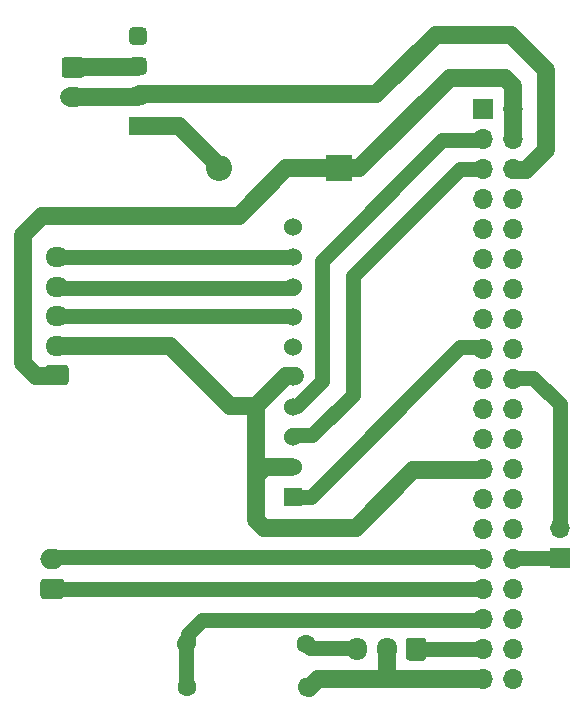
<source format=gbr>
%TF.GenerationSoftware,KiCad,Pcbnew,(5.1.8-0-10_14)*%
%TF.CreationDate,2022-01-02T21:55:29-05:00*%
%TF.ProjectId,PiHatPro,50694861-7450-4726-9f2e-6b696361645f,rev?*%
%TF.SameCoordinates,PX9b0780PY44cb540*%
%TF.FileFunction,Copper,L4,Bot*%
%TF.FilePolarity,Positive*%
%FSLAX46Y46*%
G04 Gerber Fmt 4.6, Leading zero omitted, Abs format (unit mm)*
G04 Created by KiCad (PCBNEW (5.1.8-0-10_14)) date 2022-01-02 21:55:29*
%MOMM*%
%LPD*%
G01*
G04 APERTURE LIST*
%TA.AperFunction,ComponentPad*%
%ADD10C,1.524000*%
%TD*%
%TA.AperFunction,ComponentPad*%
%ADD11R,1.524000X1.524000*%
%TD*%
%TA.AperFunction,ComponentPad*%
%ADD12O,1.950000X1.700000*%
%TD*%
%TA.AperFunction,ComponentPad*%
%ADD13O,1.700000X1.700000*%
%TD*%
%TA.AperFunction,ComponentPad*%
%ADD14R,1.700000X1.700000*%
%TD*%
%TA.AperFunction,ComponentPad*%
%ADD15O,1.600000X1.600000*%
%TD*%
%TA.AperFunction,ComponentPad*%
%ADD16C,1.600000*%
%TD*%
%TA.AperFunction,ComponentPad*%
%ADD17O,1.700000X1.950000*%
%TD*%
%TA.AperFunction,ComponentPad*%
%ADD18O,2.000000X1.700000*%
%TD*%
%TA.AperFunction,ComponentPad*%
%ADD19O,2.200000X2.200000*%
%TD*%
%TA.AperFunction,ComponentPad*%
%ADD20R,2.200000X2.200000*%
%TD*%
%TA.AperFunction,Conductor*%
%ADD21C,1.500000*%
%TD*%
%TA.AperFunction,Conductor*%
%ADD22C,1.250000*%
%TD*%
G04 APERTURE END LIST*
D10*
%TO.P,U2,10*%
%TO.N,Net-(U2-Pad10)*%
X24700000Y41280000D03*
%TO.P,U2,9*%
%TO.N,JOYSTICK_SW*%
X24700000Y38740000D03*
%TO.P,U2,8*%
%TO.N,JOYSTICK_Y*%
X24700000Y36200000D03*
%TO.P,U2,7*%
%TO.N,JOYSTICK_X*%
X24700000Y33660000D03*
%TO.P,U2,6*%
%TO.N,Net-(U2-Pad6)*%
X24700000Y31120000D03*
%TO.P,U2,5*%
%TO.N,GND*%
X24700000Y28580000D03*
%TO.P,U2,4*%
%TO.N,SDA*%
X24700000Y26040000D03*
%TO.P,U2,3*%
%TO.N,SCL*%
X24700000Y23500000D03*
%TO.P,U2,2*%
%TO.N,GND*%
X24700000Y20960000D03*
D11*
%TO.P,U2,1*%
%TO.N,+3V3*%
X24700000Y18420000D03*
%TD*%
D12*
%TO.P,J4,5*%
%TO.N,JOYSTICK_SW*%
X4700000Y38700000D03*
%TO.P,J4,4*%
%TO.N,JOYSTICK_Y*%
X4700000Y36200000D03*
%TO.P,J4,3*%
%TO.N,JOYSTICK_X*%
X4700000Y33700000D03*
%TO.P,J4,2*%
%TO.N,GND*%
X4700000Y31200000D03*
%TO.P,J4,1*%
%TO.N,+5V*%
%TA.AperFunction,ComponentPad*%
G36*
G01*
X5425000Y27850000D02*
X3975000Y27850000D01*
G75*
G02*
X3725000Y28100000I0J250000D01*
G01*
X3725000Y29300000D01*
G75*
G02*
X3975000Y29550000I250000J0D01*
G01*
X5425000Y29550000D01*
G75*
G02*
X5675000Y29300000I0J-250000D01*
G01*
X5675000Y28100000D01*
G75*
G02*
X5425000Y27850000I-250000J0D01*
G01*
G37*
%TD.AperFunction*%
%TD*%
D13*
%TO.P,J9,2*%
%TO.N,GND*%
X47250000Y15790000D03*
D14*
%TO.P,J9,1*%
%TO.N,Buzzer*%
X47250000Y13250000D03*
%TD*%
D15*
%TO.P,R2,2*%
%TO.N,GND*%
X25860000Y2300000D03*
D16*
%TO.P,R2,1*%
%TO.N,ZProbe3V3*%
X15700000Y2300000D03*
%TD*%
D15*
%TO.P,R1,2*%
%TO.N,ZProbe3V3*%
X15640000Y5900000D03*
D16*
%TO.P,R1,1*%
%TO.N,ZProbeIn*%
X25800000Y5900000D03*
%TD*%
D17*
%TO.P,J5,3*%
%TO.N,ZProbeIn*%
X30100000Y5500000D03*
%TO.P,J5,2*%
%TO.N,GND*%
X32600000Y5500000D03*
%TO.P,J5,1*%
%TO.N,LaserControl*%
%TA.AperFunction,ComponentPad*%
G36*
G01*
X35950000Y6225000D02*
X35950000Y4775000D01*
G75*
G02*
X35700000Y4525000I-250000J0D01*
G01*
X34500000Y4525000D01*
G75*
G02*
X34250000Y4775000I0J250000D01*
G01*
X34250000Y6225000D01*
G75*
G02*
X34500000Y6475000I250000J0D01*
G01*
X35700000Y6475000D01*
G75*
G02*
X35950000Y6225000I0J-250000D01*
G01*
G37*
%TD.AperFunction*%
%TD*%
D13*
%TO.P,J1,40*%
%TO.N,Net-(J1-Pad40)*%
X43290000Y2990000D03*
%TO.P,J1,39*%
%TO.N,GND*%
X40750000Y2990000D03*
%TO.P,J1,38*%
%TO.N,Net-(J1-Pad38)*%
X43290000Y5530000D03*
%TO.P,J1,37*%
%TO.N,LaserControl*%
X40750000Y5530000D03*
%TO.P,J1,36*%
%TO.N,Net-(J1-Pad36)*%
X43290000Y8070000D03*
%TO.P,J1,35*%
%TO.N,ZProbe3V3*%
X40750000Y8070000D03*
%TO.P,J1,34*%
%TO.N,GND*%
X43290000Y10610000D03*
%TO.P,J1,33*%
%TO.N,UVSafe*%
X40750000Y10610000D03*
%TO.P,J1,32*%
%TO.N,Buzzer*%
X43290000Y13150000D03*
%TO.P,J1,31*%
%TO.N,UVExpose*%
X40750000Y13150000D03*
%TO.P,J1,30*%
%TO.N,GND*%
X43290000Y15690000D03*
%TO.P,J1,29*%
%TO.N,Net-(J1-Pad29)*%
X40750000Y15690000D03*
%TO.P,J1,28*%
%TO.N,Net-(J1-Pad28)*%
X43290000Y18230000D03*
%TO.P,J1,27*%
%TO.N,Net-(J1-Pad27)*%
X40750000Y18230000D03*
%TO.P,J1,26*%
%TO.N,Net-(J1-Pad26)*%
X43290000Y20770000D03*
%TO.P,J1,25*%
%TO.N,GND*%
X40750000Y20770000D03*
%TO.P,J1,24*%
%TO.N,Net-(J1-Pad24)*%
X43290000Y23310000D03*
%TO.P,J1,23*%
%TO.N,Net-(J1-Pad23)*%
X40750000Y23310000D03*
%TO.P,J1,22*%
%TO.N,Net-(J1-Pad22)*%
X43290000Y25850000D03*
%TO.P,J1,21*%
%TO.N,Net-(J1-Pad21)*%
X40750000Y25850000D03*
%TO.P,J1,20*%
%TO.N,GND*%
X43290000Y28390000D03*
%TO.P,J1,19*%
%TO.N,Net-(J1-Pad19)*%
X40750000Y28390000D03*
%TO.P,J1,18*%
%TO.N,Net-(J1-Pad18)*%
X43290000Y30930000D03*
%TO.P,J1,17*%
%TO.N,+3V3*%
X40750000Y30930000D03*
%TO.P,J1,16*%
%TO.N,Net-(J1-Pad16)*%
X43290000Y33470000D03*
%TO.P,J1,15*%
%TO.N,Net-(J1-Pad15)*%
X40750000Y33470000D03*
%TO.P,J1,14*%
%TO.N,GND*%
X43290000Y36010000D03*
%TO.P,J1,13*%
%TO.N,Net-(J1-Pad13)*%
X40750000Y36010000D03*
%TO.P,J1,12*%
%TO.N,Net-(J1-Pad12)*%
X43290000Y38550000D03*
%TO.P,J1,11*%
%TO.N,Net-(J1-Pad11)*%
X40750000Y38550000D03*
%TO.P,J1,10*%
%TO.N,Net-(J1-Pad10)*%
X43290000Y41090000D03*
%TO.P,J1,9*%
%TO.N,GND*%
X40750000Y41090000D03*
%TO.P,J1,8*%
%TO.N,Net-(J1-Pad8)*%
X43290000Y43630000D03*
%TO.P,J1,7*%
%TO.N,Net-(J1-Pad7)*%
X40750000Y43630000D03*
%TO.P,J1,6*%
%TO.N,GND*%
X43290000Y46170000D03*
%TO.P,J1,5*%
%TO.N,SCL*%
X40750000Y46170000D03*
%TO.P,J1,4*%
%TO.N,+5V*%
X43290000Y48710000D03*
%TO.P,J1,3*%
%TO.N,SDA*%
X40750000Y48710000D03*
%TO.P,J1,2*%
%TO.N,+5V*%
X43290000Y51250000D03*
D14*
%TO.P,J1,1*%
%TO.N,+3V3*%
X40750000Y51250000D03*
%TD*%
D18*
%TO.P,J3,2*%
%TO.N,UVExpose*%
X4300000Y13100000D03*
%TO.P,J3,1*%
%TO.N,UVSafe*%
%TA.AperFunction,ComponentPad*%
G36*
G01*
X5050000Y9750000D02*
X3550000Y9750000D01*
G75*
G02*
X3300000Y10000000I0J250000D01*
G01*
X3300000Y11200000D01*
G75*
G02*
X3550000Y11450000I250000J0D01*
G01*
X5050000Y11450000D01*
G75*
G02*
X5300000Y11200000I0J-250000D01*
G01*
X5300000Y10000000D01*
G75*
G02*
X5050000Y9750000I-250000J0D01*
G01*
G37*
%TD.AperFunction*%
%TD*%
%TO.P,U1,4*%
%TO.N,Net-(U1-Pad4)*%
%TA.AperFunction,ComponentPad*%
G36*
G01*
X11931000Y56648000D02*
X11169000Y56648000D01*
G75*
G02*
X10788000Y57029000I0J381000D01*
G01*
X10788000Y57791000D01*
G75*
G02*
X11169000Y58172000I381000J0D01*
G01*
X11931000Y58172000D01*
G75*
G02*
X12312000Y57791000I0J-381000D01*
G01*
X12312000Y57029000D01*
G75*
G02*
X11931000Y56648000I-381000J0D01*
G01*
G37*
%TD.AperFunction*%
%TO.P,U1,3*%
%TO.N,+24V*%
%TA.AperFunction,ComponentPad*%
G36*
G01*
X11931000Y54108000D02*
X11169000Y54108000D01*
G75*
G02*
X10788000Y54489000I0J381000D01*
G01*
X10788000Y55251000D01*
G75*
G02*
X11169000Y55632000I381000J0D01*
G01*
X11931000Y55632000D01*
G75*
G02*
X12312000Y55251000I0J-381000D01*
G01*
X12312000Y54489000D01*
G75*
G02*
X11931000Y54108000I-381000J0D01*
G01*
G37*
%TD.AperFunction*%
%TO.P,U1,2*%
%TO.N,GND*%
%TA.AperFunction,ComponentPad*%
G36*
G01*
X11931000Y51568000D02*
X11169000Y51568000D01*
G75*
G02*
X10788000Y51949000I0J381000D01*
G01*
X10788000Y52711000D01*
G75*
G02*
X11169000Y53092000I381000J0D01*
G01*
X11931000Y53092000D01*
G75*
G02*
X12312000Y52711000I0J-381000D01*
G01*
X12312000Y51949000D01*
G75*
G02*
X11931000Y51568000I-381000J0D01*
G01*
G37*
%TD.AperFunction*%
D11*
%TO.P,U1,1*%
%TO.N,Net-(D1-Pad2)*%
X11550000Y49790000D03*
%TD*%
D19*
%TO.P,D1,2*%
%TO.N,Net-(D1-Pad2)*%
X18440000Y46200000D03*
D20*
%TO.P,D1,1*%
%TO.N,+5V*%
X28600000Y46200000D03*
%TD*%
%TO.P,J2,1*%
%TO.N,+24V*%
%TA.AperFunction,ComponentPad*%
G36*
G01*
X5334000Y55600000D02*
X6834000Y55600000D01*
G75*
G02*
X7084000Y55350000I0J-250000D01*
G01*
X7084000Y54150000D01*
G75*
G02*
X6834000Y53900000I-250000J0D01*
G01*
X5334000Y53900000D01*
G75*
G02*
X5084000Y54150000I0J250000D01*
G01*
X5084000Y55350000D01*
G75*
G02*
X5334000Y55600000I250000J0D01*
G01*
G37*
%TD.AperFunction*%
D18*
%TO.P,J2,2*%
%TO.N,GND*%
X6084000Y52250000D03*
%TD*%
D21*
%TO.N,GND*%
X6000000Y52250000D02*
X5740000Y52250000D01*
D22*
X47250000Y15750000D02*
X47250000Y26250000D01*
X47250000Y26250000D02*
X45000000Y28500000D01*
X43500000Y28500000D02*
X45000000Y28500000D01*
D21*
X6000000Y52250000D02*
X11500000Y52250000D01*
X32600000Y3000000D02*
X32600000Y5600000D01*
X40700000Y3000000D02*
X32600000Y3000000D01*
X11750000Y52500000D02*
X31750000Y52500000D01*
X31750000Y52500000D02*
X36750000Y57500000D01*
X43400000Y46100000D02*
X44400000Y46100000D01*
X36750000Y57500000D02*
X43100000Y57500000D01*
X43100000Y57500000D02*
X46100000Y54500000D01*
X46100000Y47800000D02*
X44400000Y46100000D01*
X46100000Y54500000D02*
X46100000Y47800000D01*
X26800000Y3000000D02*
X26000000Y2200000D01*
X32600000Y3000000D02*
X26800000Y3000000D01*
X22350000Y20950000D02*
X24550000Y20950000D01*
X22200000Y15800000D02*
X21550000Y16450000D01*
X21550000Y16450000D02*
X21550000Y20150000D01*
X21550000Y20150000D02*
X22350000Y20950000D01*
X40700000Y20650000D02*
X34850000Y20650000D01*
X30000000Y15800000D02*
X22200000Y15800000D01*
X34850000Y20650000D02*
X30000000Y15800000D01*
X21550000Y20150000D02*
X21550000Y26100000D01*
X24050000Y28600000D02*
X24850000Y28600000D01*
X21550000Y26100000D02*
X24050000Y28600000D01*
X21550000Y26100000D02*
X19350000Y26100000D01*
X14300000Y31150000D02*
X4800000Y31150000D01*
X19350000Y26100000D02*
X14300000Y31150000D01*
%TO.N,+5V*%
X38000000Y53900000D02*
X42600000Y53900000D01*
X43300000Y53200000D02*
X43300000Y51100000D01*
X42600000Y53900000D02*
X43300000Y53200000D01*
X43300000Y51200000D02*
X43300000Y48700000D01*
X30300000Y46200000D02*
X38000000Y53900000D01*
X4500000Y28600000D02*
X2900000Y28600000D01*
X2900000Y28600000D02*
X1800000Y29700000D01*
X1800000Y29700000D02*
X1800000Y40600000D01*
X1800000Y40600000D02*
X3400000Y42200000D01*
X3400000Y42200000D02*
X6300000Y42200000D01*
X5100000Y42200000D02*
X6300000Y42200000D01*
X24100000Y46200000D02*
X28400000Y46200000D01*
X20100000Y42200000D02*
X24100000Y46200000D01*
X6300000Y42200000D02*
X20100000Y42200000D01*
X28900000Y46200000D02*
X28800000Y46100000D01*
X30300000Y46200000D02*
X28900000Y46200000D01*
%TO.N,Net-(D1-Pad2)*%
X15000000Y49800000D02*
X11700000Y49800000D01*
X18500000Y46300000D02*
X15000000Y49800000D01*
D22*
%TO.N,+3V3*%
X24800000Y18400000D02*
X26200000Y18400000D01*
X38850000Y31050000D02*
X40650000Y31050000D01*
X26200000Y18400000D02*
X38850000Y31050000D01*
%TO.N,LaserControl*%
X40500000Y5500000D02*
X40600000Y5400000D01*
X35100000Y5500000D02*
X40500000Y5500000D01*
%TO.N,ZProbe3V3*%
X40700000Y8000000D02*
X17000000Y8000000D01*
X15800000Y6800000D02*
X15800000Y6000000D01*
X17000000Y8000000D02*
X15800000Y6800000D01*
X15600000Y5900000D02*
X15800000Y6100000D01*
X15600000Y2200000D02*
X15600000Y5900000D01*
%TO.N,SCL*%
X24600000Y23600000D02*
X26300000Y23600000D01*
X40600000Y46150000D02*
X38800000Y46150000D01*
X38800000Y46150000D02*
X29750000Y37100000D01*
X29750000Y27050000D02*
X26300000Y23600000D01*
X29750000Y37100000D02*
X29750000Y27050000D01*
%TO.N,SDA*%
X24600000Y26100000D02*
X25000000Y26100000D01*
X25000000Y26100000D02*
X27100000Y28200000D01*
X27100000Y28200000D02*
X27100000Y38400000D01*
X37300000Y48600000D02*
X40800000Y48600000D01*
X27100000Y38400000D02*
X37300000Y48600000D01*
D21*
%TO.N,+24V*%
X6250000Y54750000D02*
X11500000Y54750000D01*
D22*
%TO.N,ZProbeIn*%
X29800000Y5700000D02*
X29900000Y5600000D01*
X26100000Y5600000D02*
X25800000Y5900000D01*
X29900000Y5600000D02*
X26100000Y5600000D01*
%TO.N,Buzzer*%
X43250000Y13250000D02*
X47250000Y13250000D01*
%TO.N,JOYSTICK_SW*%
X24700000Y38700000D02*
X24800000Y38800000D01*
X4800000Y38700000D02*
X24700000Y38700000D01*
%TO.N,JOYSTICK_Y*%
X24700000Y36100000D02*
X6200000Y36100000D01*
X6200000Y36100000D02*
X4700000Y36100000D01*
%TO.N,JOYSTICK_X*%
X4800000Y33700000D02*
X24600000Y33700000D01*
%TO.N,Net-(J1-Pad11)*%
X40500000Y38500000D02*
X40750000Y38500000D01*
%TO.N,UVSafe*%
X40800000Y10600000D02*
X4100000Y10600000D01*
%TO.N,UVExpose*%
X40500000Y13300000D02*
X40600000Y13200000D01*
X4300000Y13300000D02*
X40500000Y13300000D01*
%TD*%
M02*

</source>
